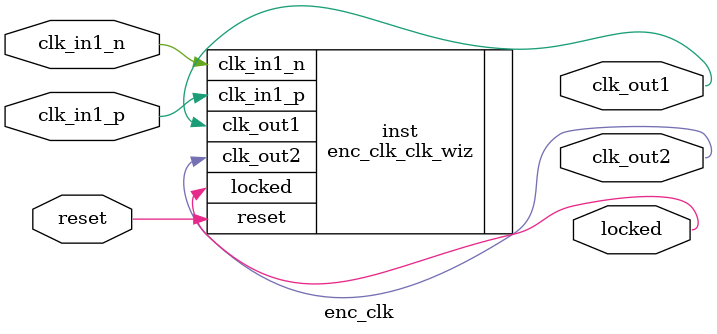
<source format=v>


`timescale 1ps/1ps

(* CORE_GENERATION_INFO = "enc_clk,clk_wiz_v6_0_13_0_0,{component_name=enc_clk,use_phase_alignment=false,use_min_o_jitter=false,use_max_i_jitter=false,use_dyn_phase_shift=false,use_inclk_switchover=false,use_dyn_reconfig=false,enable_axi=0,feedback_source=FDBK_AUTO,PRIMITIVE=MMCM,num_out_clk=2,clkin1_period=5.000,clkin2_period=10.0,use_power_down=false,use_reset=true,use_locked=true,use_inclk_stopped=false,feedback_type=SINGLE,CLOCK_MGR_TYPE=NA,manual_override=false}" *)

module enc_clk 
 (
  // Clock out ports
  output        clk_out1,
  output        clk_out2,
  // Status and control signals
  input         reset,
  output        locked,
 // Clock in ports
  input         clk_in1_p,
  input         clk_in1_n
 );

  enc_clk_clk_wiz inst
  (
  // Clock out ports  
  .clk_out1(clk_out1),
  .clk_out2(clk_out2),
  // Status and control signals               
  .reset(reset), 
  .locked(locked),
 // Clock in ports
  .clk_in1_p(clk_in1_p),
  .clk_in1_n(clk_in1_n)
  );

endmodule

</source>
